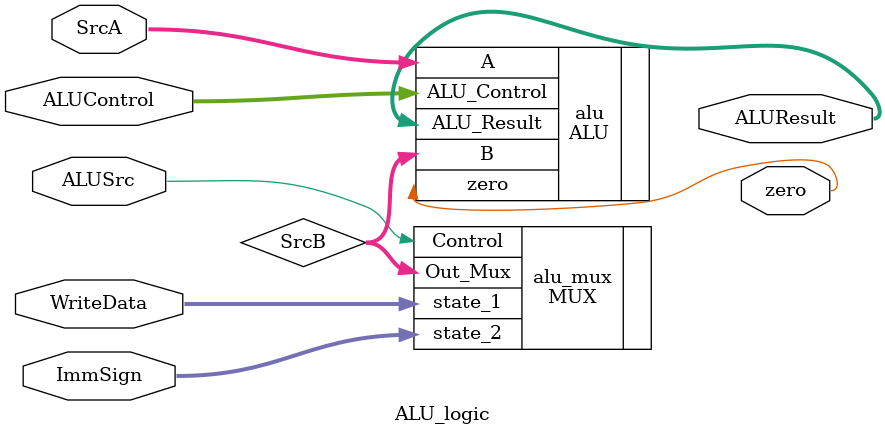
<source format=v>
module ALU_logic(
    input wire [31:0]WriteData, // RF RD2 output
    input wire [31:0]ImmSign,   // Imm Extend output
    input wire [31:0]SrcA,      // RF RD1 output

    input wire [2:0]ALUControl,
    input wire ALUSrc,          // MUX SrcB control

    output wire zero,
    output wire [31:0]ALUResult

    );


// // ALU logic
wire[31:0]SrcB;   // MUX output

MUX #(32) alu_mux( .state_1(WriteData), .state_2(ImmSign), .Control(ALUSrc), .Out_Mux(SrcB)  );        

ALU alu(  .A(SrcA), .B(SrcB), .ALU_Control(ALUControl), .zero(zero), .ALU_Result(ALUResult) );


endmodule

</source>
